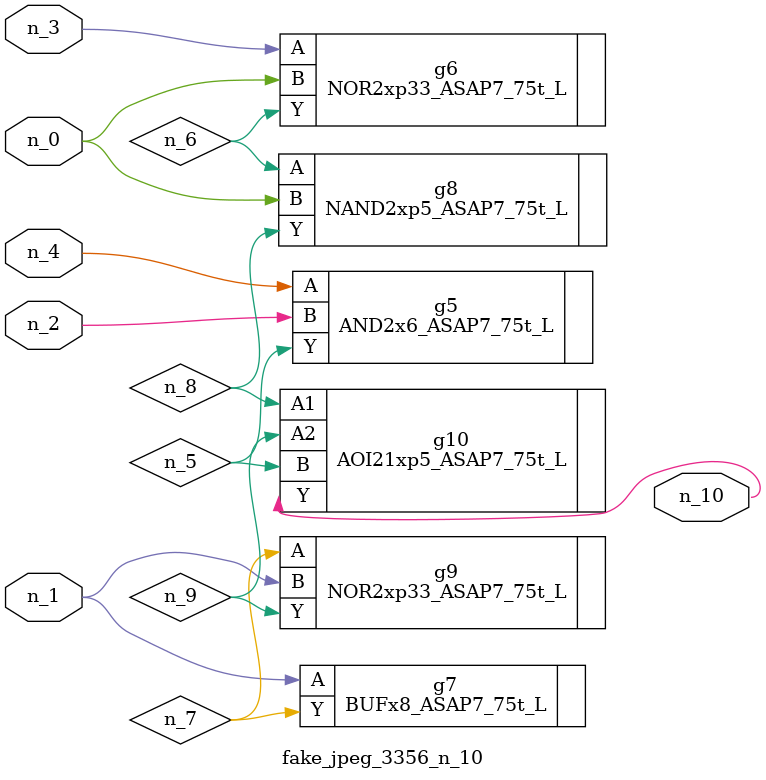
<source format=v>
module fake_jpeg_3356_n_10 (n_3, n_2, n_1, n_0, n_4, n_10);

input n_3;
input n_2;
input n_1;
input n_0;
input n_4;

output n_10;

wire n_8;
wire n_9;
wire n_6;
wire n_5;
wire n_7;

AND2x6_ASAP7_75t_L g5 ( 
.A(n_4),
.B(n_2),
.Y(n_5)
);

NOR2xp33_ASAP7_75t_L g6 ( 
.A(n_3),
.B(n_0),
.Y(n_6)
);

BUFx8_ASAP7_75t_L g7 ( 
.A(n_1),
.Y(n_7)
);

NAND2xp5_ASAP7_75t_L g8 ( 
.A(n_6),
.B(n_0),
.Y(n_8)
);

AOI21xp5_ASAP7_75t_L g10 ( 
.A1(n_8),
.A2(n_9),
.B(n_5),
.Y(n_10)
);

NOR2xp33_ASAP7_75t_L g9 ( 
.A(n_7),
.B(n_1),
.Y(n_9)
);


endmodule
</source>
